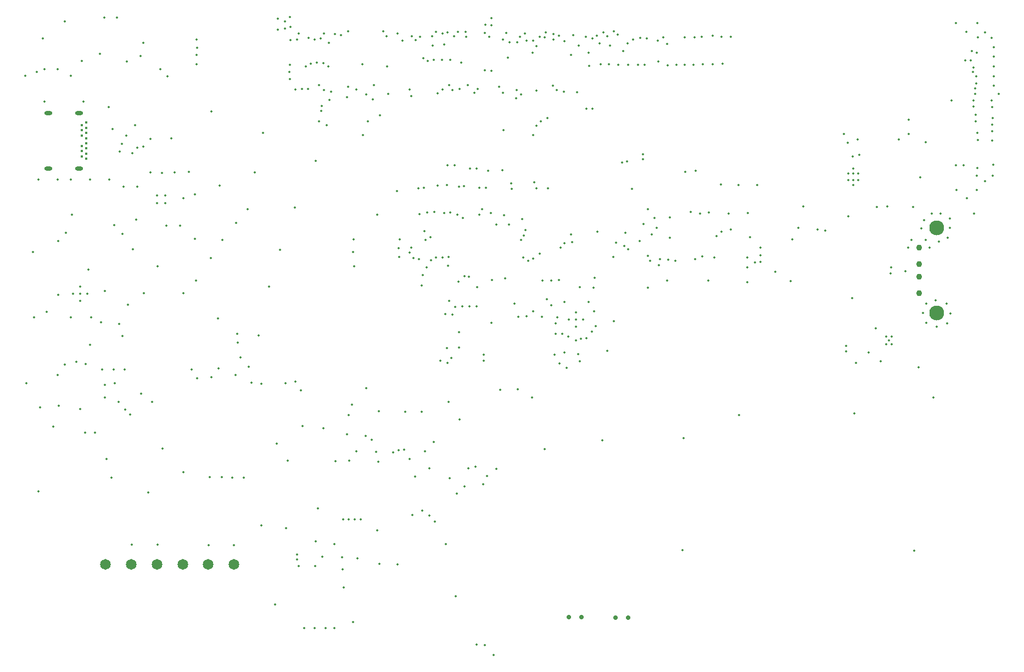
<source format=gbr>
%TF.GenerationSoftware,Altium Limited,Altium Designer,25.8.1 (18)*%
G04 Layer_Color=0*
%FSLAX45Y45*%
%MOMM*%
%TF.SameCoordinates,C91546C2-10F2-4142-A55A-9FF34A01A7B4*%
%TF.FilePolarity,Positive*%
%TF.FileFunction,Plated,1,8,PTH,Drill*%
%TF.Part,Single*%
G01*
G75*
%TA.AperFunction,ComponentDrill*%
%ADD241C,2.30000*%
%ADD242C,0.92000*%
%ADD243C,0.40000*%
%ADD244O,1.20000X0.60000*%
%ADD245C,1.65000*%
%ADD246C,0.70000*%
%TA.AperFunction,ViaDrill,NotFilled*%
%ADD247C,0.35000*%
D241*
X16756599Y9357000D02*
D03*
Y8043000D02*
D03*
D242*
X16485600Y9050000D02*
D03*
Y8350000D02*
D03*
Y8800000D02*
D03*
Y8600000D02*
D03*
D243*
X3643000Y10980000D02*
D03*
Y10500000D02*
D03*
Y10900000D02*
D03*
Y10420000D02*
D03*
Y10740000D02*
D03*
Y10660000D02*
D03*
X3573000Y10780000D02*
D03*
Y10620000D02*
D03*
Y10860000D02*
D03*
Y10940000D02*
D03*
Y10460000D02*
D03*
Y10540000D02*
D03*
X3643000Y10580000D02*
D03*
Y10820000D02*
D03*
D244*
X3528000Y11127000D02*
D03*
Y10273000D02*
D03*
X3055000Y11127000D02*
D03*
Y10273000D02*
D03*
D245*
X5920000Y4170000D02*
D03*
X5524000D02*
D03*
X4336000D02*
D03*
X4732000D02*
D03*
X5128000D02*
D03*
X3940000D02*
D03*
D246*
X11078540Y3351420D02*
D03*
X11278540D02*
D03*
X11799900Y3343800D02*
D03*
X11999900D02*
D03*
D247*
X15534641Y10721340D02*
D03*
X15565120Y10482580D02*
D03*
X15460980Y10457180D02*
D03*
X12070080Y12263120D02*
D03*
X17368520Y11689080D02*
D03*
X17604739Y11318240D02*
D03*
X17612360Y11216640D02*
D03*
X17325340Y11323320D02*
D03*
X16984979Y11318240D02*
D03*
X17325340Y11229340D02*
D03*
X14038580Y9047480D02*
D03*
X14033501Y8935720D02*
D03*
X12171680Y9151620D02*
D03*
X11938000Y9080500D02*
D03*
X11998960Y9027160D02*
D03*
X14033501Y8829040D02*
D03*
X13949680Y8823960D02*
D03*
X12298680Y8430260D02*
D03*
X11254740Y8440420D02*
D03*
X11463020Y8432800D02*
D03*
X15707359Y7437120D02*
D03*
X15892780Y7294880D02*
D03*
X10528300Y8884920D02*
D03*
X10378440Y8902700D02*
D03*
X10452100Y8844280D02*
D03*
X9230360Y8910320D02*
D03*
X9131300Y8897620D02*
D03*
X9034780Y8900160D02*
D03*
X8956040Y8854440D02*
D03*
X10815320Y8542020D02*
D03*
X10673080D02*
D03*
X9672320Y8437880D02*
D03*
X8950960Y9212580D02*
D03*
X8875257Y9167119D02*
D03*
X8656320Y9055100D02*
D03*
X8623300Y8973820D02*
D03*
X8890000Y8745220D02*
D03*
X8770620Y8874760D02*
D03*
X8684260Y8892540D02*
D03*
X5140000Y8350000D02*
D03*
X6300000Y7700000D02*
D03*
X3870000Y7900000D02*
D03*
X6020000Y7360000D02*
D03*
X6150000Y7210000D02*
D03*
X6069788Y5505334D02*
D03*
X4660000Y6670000D02*
D03*
X5729230Y5510378D02*
D03*
X5889789Y5505334D02*
D03*
X5549230Y5510378D02*
D03*
X3220000Y6610000D02*
D03*
X3780000Y6200000D02*
D03*
X17195799Y11935460D02*
D03*
X11671300Y12313920D02*
D03*
X11991340Y12202160D02*
D03*
X17365981Y11584940D02*
D03*
X16393159Y9674860D02*
D03*
X15994380Y9687560D02*
D03*
X15831821Y9677400D02*
D03*
X16327119Y11026140D02*
D03*
X16174220Y10716852D02*
D03*
X16322040Y10800080D02*
D03*
X15320454Y10808056D02*
D03*
X15382240Y10665460D02*
D03*
X17602200Y12288520D02*
D03*
X17498061Y12369800D02*
D03*
X17635220Y12141200D02*
D03*
X17383760Y12517120D02*
D03*
X17048480Y12512040D02*
D03*
X17211040Y12382500D02*
D03*
X17388840Y12291060D02*
D03*
X17637241Y11994400D02*
D03*
X17632680Y11844020D02*
D03*
Y11696700D02*
D03*
X17711420Y11422380D02*
D03*
X17632680Y11546840D02*
D03*
X17621519Y11050000D02*
D03*
X17354649Y11098630D02*
D03*
X13578841Y12306300D02*
D03*
X13439140D02*
D03*
X13304520Y12316460D02*
D03*
X13131799Y12303760D02*
D03*
X13017500Y12296140D02*
D03*
X12870180Y12291060D02*
D03*
X13449300Y11884660D02*
D03*
X13296899Y11882120D02*
D03*
X13147040Y11879580D02*
D03*
X13007339Y11871960D02*
D03*
X12872720Y11869420D02*
D03*
X12745720Y11866880D02*
D03*
X17609821Y10949940D02*
D03*
X17607280Y10843260D02*
D03*
X17383760Y10820400D02*
D03*
X17355820Y10995660D02*
D03*
X17607280Y10706100D02*
D03*
X17630141Y10330180D02*
D03*
X17619980Y10157460D02*
D03*
X17503140Y10078720D02*
D03*
X17388840Y10708640D02*
D03*
X17383760Y10276840D02*
D03*
X17051019Y10317480D02*
D03*
X17373599Y10160000D02*
D03*
X16583659Y10680700D02*
D03*
X16504919Y10134600D02*
D03*
X15548640Y10197260D02*
D03*
Y10092260D02*
D03*
X15471140D02*
D03*
Y10197260D02*
D03*
Y10272260D02*
D03*
X15393640Y10092260D02*
D03*
Y10197260D02*
D03*
X15471140Y10017260D02*
D03*
X13990320Y10012680D02*
D03*
X13423900Y10022840D02*
D03*
X13698219Y10015220D02*
D03*
X12542520Y12296140D02*
D03*
X12283440Y12278360D02*
D03*
X12184380Y12288520D02*
D03*
X10927080Y12316460D02*
D03*
X11341100Y12303760D02*
D03*
X9890760Y12593320D02*
D03*
X10727992Y12369800D02*
D03*
X10403840Y12357100D02*
D03*
X9794240Y12491720D02*
D03*
X9888220Y12484100D02*
D03*
X12600940Y12194540D02*
D03*
X12456160Y12240260D02*
D03*
X11920220Y12085320D02*
D03*
X12458700Y11925300D02*
D03*
X11559540Y12197080D02*
D03*
X11717020Y12169140D02*
D03*
X12603480Y11864340D02*
D03*
X12148820Y11871960D02*
D03*
X11993880D02*
D03*
X12247880D02*
D03*
X11844020D02*
D03*
X11697080Y11879200D02*
D03*
X11577320Y11877040D02*
D03*
X10586720Y12161520D02*
D03*
X10170160Y12214860D02*
D03*
X10139680Y11978640D02*
D03*
X11394680Y11856480D02*
D03*
X9886710Y11774800D02*
D03*
X9786620Y11786570D02*
D03*
X9420577Y11902448D02*
D03*
X10840720Y11551920D02*
D03*
X10345420Y11414760D02*
D03*
X10548620Y10060940D02*
D03*
X17371060Y9939020D02*
D03*
X17061180Y9936480D02*
D03*
X17330420Y9575800D02*
D03*
X17218660Y9817100D02*
D03*
X16814799Y9575800D02*
D03*
X16675101D02*
D03*
X16954500Y9497060D02*
D03*
X16957040Y9359900D02*
D03*
X16924020Y9202420D02*
D03*
X16560800Y9476740D02*
D03*
X16517619Y9347200D02*
D03*
X14696440Y9690100D02*
D03*
X12298680Y9644380D02*
D03*
X15389861Y9530080D02*
D03*
X13845760Y9583639D02*
D03*
X14620239Y9354820D02*
D03*
X13873480Y9210040D02*
D03*
X14528799Y9182100D02*
D03*
X13245760Y9591381D02*
D03*
X12962579Y9602780D02*
D03*
X13104890Y9579851D02*
D03*
X13545760Y9575861D02*
D03*
X12639040Y9204960D02*
D03*
X16903700Y8188960D02*
D03*
X16789400Y9146540D02*
D03*
X16736060Y8237220D02*
D03*
X16583659Y9169728D02*
D03*
X16644620Y9047480D02*
D03*
X16593820Y8183880D02*
D03*
X16967200Y8039100D02*
D03*
X16540480Y8041640D02*
D03*
X16596359Y7891780D02*
D03*
X16918941Y7881620D02*
D03*
X16758920Y7835900D02*
D03*
X16705580Y6743700D02*
D03*
X16367760Y9166860D02*
D03*
X16316960Y9047480D02*
D03*
X16273779Y8689340D02*
D03*
X15811501Y7810500D02*
D03*
X14505940Y8536940D02*
D03*
X15450819Y8270240D02*
D03*
X13837920Y8742680D02*
D03*
X13835381Y8900160D02*
D03*
X14269720Y8679180D02*
D03*
X13837920Y8521700D02*
D03*
X13233400Y8547100D02*
D03*
X12600940Y8539480D02*
D03*
X16064999Y7680000D02*
D03*
X16020000Y7620000D02*
D03*
X15975000Y7560000D02*
D03*
Y7680000D02*
D03*
X16474440Y7208520D02*
D03*
X16064999Y7560000D02*
D03*
X16405859Y4381500D02*
D03*
X15506700Y7277100D02*
D03*
X15483839Y6494780D02*
D03*
X13710921Y6471920D02*
D03*
X12854939Y6113780D02*
D03*
X12834621Y4386580D02*
D03*
X12054840Y9956800D02*
D03*
X11958320Y9276080D02*
D03*
X10764520Y9961880D02*
D03*
X11526520Y9293860D02*
D03*
X11811000Y9131300D02*
D03*
X11765280Y8907780D02*
D03*
X10929620Y8554720D02*
D03*
X10584180Y9964420D02*
D03*
X10629900Y8956040D02*
D03*
X11193780Y8055120D02*
D03*
X11083780Y7945120D02*
D03*
X11303780D02*
D03*
X11193780D02*
D03*
X10906760Y7975600D02*
D03*
X10815320Y8161020D02*
D03*
X10667700Y7980680D02*
D03*
X9741061Y9646920D02*
D03*
X10086340Y9547860D02*
D03*
X9448800Y9509760D02*
D03*
X10246360Y8186420D02*
D03*
X10307320Y7988300D02*
D03*
X10102880Y8574978D02*
D03*
X9377680Y8529320D02*
D03*
X9662160Y8148320D02*
D03*
X11772900Y7919720D02*
D03*
X11193780Y7835120D02*
D03*
X11194308Y7623344D02*
D03*
X10876280Y7721600D02*
D03*
X11671300Y7457440D02*
D03*
X11600180Y6083300D02*
D03*
X11249660Y7297420D02*
D03*
X11224260Y7411720D02*
D03*
X10858500Y7401560D02*
D03*
X10711180Y5943600D02*
D03*
X9890760Y7889240D02*
D03*
X10297160Y6863080D02*
D03*
X10020300Y6858000D02*
D03*
X9390000Y7510000D02*
D03*
X9770000Y7310000D02*
D03*
X9966960Y5638800D02*
D03*
X9926320Y2771140D02*
D03*
X9761220Y5402580D02*
D03*
X9784080Y2918460D02*
D03*
X9370480Y12382360D02*
D03*
X8219440Y12387580D02*
D03*
X7680960D02*
D03*
X9311640Y12313920D02*
D03*
X9255760Y11945620D02*
D03*
X9156700Y12184380D02*
D03*
X9123680Y11948160D02*
D03*
X8981740Y12166600D02*
D03*
X8272780Y12311380D02*
D03*
X8996680Y11948160D02*
D03*
X8280400Y11849100D02*
D03*
X7302500Y12350000D02*
D03*
X7569200Y12329160D02*
D03*
X6591300Y12580620D02*
D03*
X6593840Y12412980D02*
D03*
X7294880Y11899900D02*
D03*
X7256780Y12278360D02*
D03*
X7160260Y12260580D02*
D03*
X7195820Y11907520D02*
D03*
X7373620Y11841480D02*
D03*
X7105000Y11885000D02*
D03*
X7068820Y12288520D02*
D03*
X6786880Y12247880D02*
D03*
X7025640Y11841480D02*
D03*
X8432800Y9923780D02*
D03*
X9253220Y9591040D02*
D03*
X9161415Y9586162D02*
D03*
X9364980Y9558020D02*
D03*
X9222740Y8768080D02*
D03*
X9006840Y9598660D02*
D03*
X8897620Y9596120D02*
D03*
X8854440Y9309100D02*
D03*
X9329420Y8140700D02*
D03*
X9235440Y8227060D02*
D03*
X8826500Y8628380D02*
D03*
X8780780Y9570720D02*
D03*
X8473440Y9182100D02*
D03*
X8125460Y9558020D02*
D03*
X8458200Y9044940D02*
D03*
X8813800Y8468360D02*
D03*
X8465820Y8905240D02*
D03*
X7180580Y10391140D02*
D03*
X6370320Y10820400D02*
D03*
X6235700Y10208260D02*
D03*
X5700000Y10010000D02*
D03*
X7759700Y9174480D02*
D03*
X7757160Y8981440D02*
D03*
X6858000Y9672320D02*
D03*
X6129020Y9641840D02*
D03*
X6631940Y9019540D02*
D03*
X7774940Y8760460D02*
D03*
X6455697Y8450348D02*
D03*
X5737860Y9169400D02*
D03*
X5560060Y8890000D02*
D03*
X5670000Y7960000D02*
D03*
X5341620Y12263120D02*
D03*
X4780280Y11803380D02*
D03*
X4523740Y12209780D02*
D03*
X4478020Y12009120D02*
D03*
X4114800Y12595860D02*
D03*
X3919220Y12600940D02*
D03*
X3990000Y11220000D02*
D03*
X4950000Y10740000D02*
D03*
X4390000Y10940000D02*
D03*
X4350000Y10510000D02*
D03*
X3310000Y12540000D02*
D03*
X3600000Y11300000D02*
D03*
X3000000Y11800000D02*
D03*
Y11300000D02*
D03*
X2970000Y12280000D02*
D03*
X4860000Y9860000D02*
D03*
X4810000Y10200000D02*
D03*
X5140000Y9810000D02*
D03*
X4860000Y9740000D02*
D03*
X4730000Y9860000D02*
D03*
X4000000Y10100000D02*
D03*
X4730000Y9740000D02*
D03*
X4410000Y9480000D02*
D03*
X4740000Y8760000D02*
D03*
X5331460Y8539480D02*
D03*
X3700000Y10100000D02*
D03*
X3400000D02*
D03*
X3200000D02*
D03*
X2900000D02*
D03*
X2820000Y8980000D02*
D03*
X3670000Y8710000D02*
D03*
X3545000Y8448750D02*
D03*
Y8338750D02*
D03*
X3655000D02*
D03*
X3720000Y7980000D02*
D03*
X3545000Y8228750D02*
D03*
X3435000Y8338750D02*
D03*
X3400000Y7980000D02*
D03*
X2840000D02*
D03*
X9271000Y7348220D02*
D03*
X9204960Y7498080D02*
D03*
X9207500Y7272020D02*
D03*
X9230000Y6670000D02*
D03*
X8999220Y6052820D02*
D03*
X8860932Y5909168D02*
D03*
X8544560Y5935980D02*
D03*
X8455660Y5930900D02*
D03*
X8370000Y5890000D02*
D03*
X7955280Y6883400D02*
D03*
X8150000Y6530000D02*
D03*
X7690000Y6470000D02*
D03*
X6950000Y6850000D02*
D03*
X8110000Y5905078D02*
D03*
X7810000Y5909801D02*
D03*
X7299960Y6263640D02*
D03*
X6980000Y6300000D02*
D03*
X9352280Y5257800D02*
D03*
X8930000Y5650000D02*
D03*
X8820000Y5000000D02*
D03*
X9020000Y4830000D02*
D03*
X8140700Y5748020D02*
D03*
X9184640Y4475480D02*
D03*
X9334500Y3675380D02*
D03*
X8440000Y4170000D02*
D03*
X7820000Y4260000D02*
D03*
X8158480Y4170680D02*
D03*
X7754600Y3276320D02*
D03*
X7700000Y5767301D02*
D03*
X7480000Y5760000D02*
D03*
X7210000Y5030000D02*
D03*
X7588560Y4279777D02*
D03*
X7593224Y4091629D02*
D03*
X7607300Y3812540D02*
D03*
X7278750Y4285000D02*
D03*
X7168750Y4142500D02*
D03*
X5970000Y7720000D02*
D03*
X5680000Y7192500D02*
D03*
X6868160Y6985000D02*
D03*
X6710680Y6962140D02*
D03*
X6339840Y6949440D02*
D03*
X5946440Y7090000D02*
D03*
X6190000Y6970000D02*
D03*
X4230000Y7170000D02*
D03*
X4151303Y7878697D02*
D03*
X5570000Y7050000D02*
D03*
X5350000Y7040000D02*
D03*
X3929380Y6934200D02*
D03*
X3200000Y7090000D02*
D03*
X6750000Y5770000D02*
D03*
X5137500Y5592500D02*
D03*
X4820000Y5950000D02*
D03*
X6718300Y4726940D02*
D03*
X6342380Y4767580D02*
D03*
X5920000Y4460000D02*
D03*
X6920000Y4140000D02*
D03*
X6550000Y3550000D02*
D03*
X5530000Y4460000D02*
D03*
X4490000Y6800000D02*
D03*
X4318442Y6480000D02*
D03*
X4239260Y6550660D02*
D03*
X2930000Y6590000D02*
D03*
X4599940Y5275580D02*
D03*
X3620000Y6200000D02*
D03*
X2900680Y5295900D02*
D03*
X17350740Y11503660D02*
D03*
X10894060Y11478260D02*
D03*
X17170399Y10320020D02*
D03*
X7467600Y4480560D02*
D03*
X7470000Y3180000D02*
D03*
X7330000D02*
D03*
X7000000D02*
D03*
X7160000D02*
D03*
X17282159Y11938014D02*
D03*
X11617960Y12372340D02*
D03*
X17300342Y12083182D02*
D03*
X11516360Y12316460D02*
D03*
X11833860Y12339320D02*
D03*
X17322800Y11831320D02*
D03*
X17345660Y11424920D02*
D03*
X11005820Y11455400D02*
D03*
X17375259Y12059960D02*
D03*
X11445240Y12278360D02*
D03*
X11772914Y12387580D02*
D03*
X17310100Y11757660D02*
D03*
X12877800Y10218460D02*
D03*
X13037820Y10238740D02*
D03*
X10327640Y12303760D02*
D03*
X10284460Y12214860D02*
D03*
X6703060Y12430940D02*
D03*
X8785860Y12303760D02*
D03*
X8977308Y12314868D02*
D03*
X9032240Y12377420D02*
D03*
X9210894Y12366489D02*
D03*
X9138524Y12351878D02*
D03*
X9395460Y11501120D02*
D03*
X7734300Y6631940D02*
D03*
X6913880Y12349480D02*
D03*
X6890000Y12257500D02*
D03*
X7660000Y6170000D02*
D03*
X7180000Y4520000D02*
D03*
X6970000Y11500000D02*
D03*
X7060000D02*
D03*
X6890000Y4320000D02*
D03*
Y4240000D02*
D03*
X6791960Y12458700D02*
D03*
X6780000Y12610000D02*
D03*
X6779260Y11869420D02*
D03*
X6870000Y11490000D02*
D03*
X6776720Y11762740D02*
D03*
X6781800Y11648440D02*
D03*
X6702805Y12542814D02*
D03*
X6578600Y6029960D02*
D03*
X5270000Y7170000D02*
D03*
X4140000Y6670000D02*
D03*
X11231444Y12170573D02*
D03*
X9544575Y8604541D02*
D03*
X9471660Y8608060D02*
D03*
X7231157Y11558657D02*
D03*
X9768840Y7404100D02*
D03*
X9098280Y7305040D02*
D03*
X9060721Y10010681D02*
D03*
X9204960Y10020300D02*
D03*
X10195560Y10038080D02*
D03*
X10198100Y9959340D02*
D03*
X10342880Y9166860D02*
D03*
X10391874Y9237067D02*
D03*
X12228447Y10412417D02*
D03*
X12227560Y10487000D02*
D03*
X10848340Y12260580D02*
D03*
X10711180Y12298051D02*
D03*
X10845800Y12346940D02*
D03*
X11902440Y10360660D02*
D03*
X11983720Y10383520D02*
D03*
X10982960Y7719060D02*
D03*
X3924300Y6741160D02*
D03*
X13141960Y8912860D02*
D03*
X13027660Y8869680D02*
D03*
X12468860Y8780780D02*
D03*
X12613640Y8867140D02*
D03*
X7274560Y11231880D02*
D03*
X9390380Y9992360D02*
D03*
X9469120Y9997440D02*
D03*
X10114280Y12359640D02*
D03*
X10068560Y12263120D02*
D03*
X9062720Y11427460D02*
D03*
X9212580Y10317480D02*
D03*
X9324340D02*
D03*
X9674860Y11501120D02*
D03*
X9622502Y11440418D02*
D03*
X10010140Y11531600D02*
D03*
X9555480Y10269220D02*
D03*
X10066388Y11438839D02*
D03*
X9659620Y10266680D02*
D03*
X9841782Y10235342D02*
D03*
X10058470Y10243996D02*
D03*
X16047720Y8651240D02*
D03*
X16055341Y8750300D02*
D03*
X11150600Y12329160D02*
D03*
X11010900Y12235180D02*
D03*
X11445240Y11191240D02*
D03*
X11356340Y11193780D02*
D03*
X9135780Y11492022D02*
D03*
X10647680Y10995660D02*
D03*
X10586720Y10929620D02*
D03*
X10629900Y12301220D02*
D03*
X9438640Y8145780D02*
D03*
X9550400Y8143240D02*
D03*
X10434320Y12245340D02*
D03*
X10528300D02*
D03*
X10584180Y11473180D02*
D03*
X9804400Y9974580D02*
D03*
X9232900Y11557000D02*
D03*
X9789160Y12362180D02*
D03*
X9494520Y12382500D02*
D03*
X8760460Y9966960D02*
D03*
X9857740Y12303760D02*
D03*
X9497060Y12301220D02*
D03*
X8846820Y9972040D02*
D03*
X9700260D02*
D03*
X9291320Y11483340D02*
D03*
X8656320Y11384280D02*
D03*
X8630920Y11493500D02*
D03*
X9700260Y9563100D02*
D03*
X8839200Y11968480D02*
D03*
X10266680Y11356340D02*
D03*
X10279380Y11478260D02*
D03*
X9525000Y11554460D02*
D03*
X10751820Y11049000D02*
D03*
X8625840Y5791200D02*
D03*
X15036800Y9316720D02*
D03*
X14917419Y9326880D02*
D03*
X9883140Y9583420D02*
D03*
X8910320Y11930380D02*
D03*
X11476763Y8585995D02*
D03*
X13322301Y8902700D02*
D03*
X9961880Y9405620D02*
D03*
X15354300Y7454900D02*
D03*
X11013440Y8214360D02*
D03*
X9893300Y8552180D02*
D03*
X8660302Y12315155D02*
D03*
X8440420Y12352020D02*
D03*
X7233920Y10998200D02*
D03*
X8077200Y11554460D02*
D03*
X5570220Y11153140D02*
D03*
X7899400Y11877040D02*
D03*
X4894580Y11689080D02*
D03*
X5346700Y12136120D02*
D03*
X7305000Y11480000D02*
D03*
X3853180Y12040769D02*
D03*
X5344160Y11877401D02*
D03*
X8710000Y5520000D02*
D03*
X9248140Y5496560D02*
D03*
X9819640Y5529580D02*
D03*
X5341620Y12026900D02*
D03*
X7417500Y11455000D02*
D03*
X10076180Y10861040D02*
D03*
X7907020Y10784840D02*
D03*
X7983220Y10998200D02*
D03*
X8168640Y11094720D02*
D03*
X10416540Y9319260D02*
D03*
X10363200Y9489440D02*
D03*
X10952480Y9050020D02*
D03*
X11014660Y9122460D02*
D03*
X11135360Y9133840D02*
D03*
X11115040Y9255760D02*
D03*
X7348220Y10939780D02*
D03*
X8061960Y11338560D02*
D03*
X7957820Y11417300D02*
D03*
X7807960Y11490960D02*
D03*
X7680960Y11529060D02*
D03*
X12336545Y8851654D02*
D03*
X12488780Y8877300D02*
D03*
X12305570Y8923240D02*
D03*
X12364720Y9258300D02*
D03*
X12400280Y9507220D02*
D03*
X10530840Y10784840D02*
D03*
X13439140Y9298940D02*
D03*
X13583920Y9331960D02*
D03*
X13360400Y9227820D02*
D03*
X10160000Y9408160D02*
D03*
X8716940Y12252960D02*
D03*
X12644120Y9517380D02*
D03*
X11120120Y12021820D02*
D03*
X12438380Y9354820D02*
D03*
X12727940Y8851900D02*
D03*
X12230100Y9415780D02*
D03*
X8514080Y12242800D02*
D03*
X7380000Y12210000D02*
D03*
X5980000Y7590000D02*
D03*
X8130617Y4690000D02*
D03*
X9400000Y6400000D02*
D03*
X11206480Y11445240D02*
D03*
X4220000Y9990000D02*
D03*
X7390000Y11330000D02*
D03*
X9530080Y5646420D02*
D03*
X7660640Y11369040D02*
D03*
X9646920Y5671820D02*
D03*
X8293100Y11424920D02*
D03*
X7472680Y12341860D02*
D03*
X7266940Y11155680D02*
D03*
X10520680Y12054840D02*
D03*
X11389360D02*
D03*
X9387840Y7744460D02*
D03*
X4430000Y9990000D02*
D03*
X4267200Y11922760D02*
D03*
X11384280Y8211820D02*
D03*
X11498580Y7840980D02*
D03*
X10878820Y7881620D02*
D03*
X10530840Y8072120D02*
D03*
X10429240Y7995920D02*
D03*
X15356841Y7538720D02*
D03*
X11018520Y7434580D02*
D03*
X10942320Y7264400D02*
D03*
X10515600Y6741160D02*
D03*
X9657080Y2926080D02*
D03*
X9286240Y8018780D02*
D03*
X9179560Y8023860D02*
D03*
X8810000Y6520000D02*
D03*
X8560000D02*
D03*
X9474200Y5372100D02*
D03*
X8930000Y4920000D02*
D03*
X8670000Y4930000D02*
D03*
X8040000Y6090000D02*
D03*
X7950000Y6150000D02*
D03*
X7870000Y4860000D02*
D03*
X7780000D02*
D03*
X7690000D02*
D03*
X7600000D02*
D03*
X2704680Y11700000D02*
D03*
X2720000Y6960000D02*
D03*
X11269550Y7649355D02*
D03*
X11440160Y7752080D02*
D03*
X11470640Y8069580D02*
D03*
X11046460Y7200900D02*
D03*
X10746740Y8255000D02*
D03*
X11076940Y7675880D02*
D03*
X11351260Y7650480D02*
D03*
X4030000Y5500000D02*
D03*
X4740000Y4470000D02*
D03*
X4340000D02*
D03*
X3950000Y5790000D02*
D03*
X3570000Y11930000D02*
D03*
X4160000Y10530000D02*
D03*
X4050000Y10880000D02*
D03*
X5220000Y10220000D02*
D03*
X5950000Y9430000D02*
D03*
X3330000Y9280000D02*
D03*
X2880000Y11760000D02*
D03*
X3630000Y7260000D02*
D03*
X3550000Y6560000D02*
D03*
X3890000Y7170000D02*
D03*
X3128540Y6289600D02*
D03*
X3490000Y7290000D02*
D03*
X4080000Y6960000D02*
D03*
X4066900Y7173100D02*
D03*
X4190000Y10650000D02*
D03*
X4430000Y10590000D02*
D03*
X3420000Y9560000D02*
D03*
X3700000Y7550000D02*
D03*
X3310000Y7250000D02*
D03*
X4360000Y9030000D02*
D03*
X4530000Y8350000D02*
D03*
X3930000Y8380000D02*
D03*
X4200000Y7690000D02*
D03*
X4280000Y8170000D02*
D03*
X3030000Y8060000D02*
D03*
X3210000Y8320000D02*
D03*
Y9150000D02*
D03*
X4070000Y9400000D02*
D03*
X5320000Y9190000D02*
D03*
X4200000Y9260000D02*
D03*
X5320000Y9870000D02*
D03*
X4880000Y9390000D02*
D03*
X5090000D02*
D03*
X5000000Y10210000D02*
D03*
X4630000D02*
D03*
X4520000Y10610000D02*
D03*
X4630000Y10730000D02*
D03*
X4260000Y10780000D02*
D03*
X3400000Y11700000D02*
D03*
X3200000Y11800000D02*
D03*
%TF.MD5,e836e6a577de69268247ee8083d5e205*%
M02*

</source>
